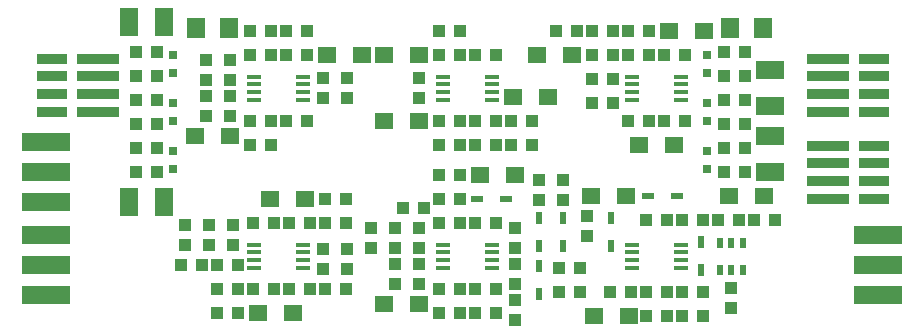
<source format=gbr>
G04 EAGLE Gerber RS-274X export*
G75*
%MOMM*%
%FSLAX34Y34*%
%LPD*%
%INSolderpaste Top*%
%IPPOS*%
%AMOC8*
5,1,8,0,0,1.08239X$1,22.5*%
G01*
%ADD10R,4.060000X1.520000*%
%ADD11R,1.100000X1.000000*%
%ADD12R,1.600000X1.400000*%
%ADD13R,1.000000X1.100000*%
%ADD14R,0.500000X1.050000*%
%ADD15R,1.050000X0.500000*%
%ADD16R,1.200000X0.400000*%
%ADD17R,0.600000X0.900000*%
%ADD18R,0.800000X0.800000*%
%ADD19R,2.400000X1.600000*%
%ADD20R,1.600000X1.800000*%
%ADD21R,2.650000X0.850000*%
%ADD22R,3.550000X0.850000*%
%ADD23R,1.600000X2.400000*%


D10*
X-59690Y495300D03*
X-59690Y469900D03*
X-59690Y444500D03*
X-59690Y574040D03*
X-59690Y548640D03*
X-59690Y523240D03*
X645160Y495300D03*
X645160Y469900D03*
X645160Y444500D03*
D11*
X290440Y525780D03*
X273440Y525780D03*
X193920Y449580D03*
X176920Y449580D03*
X163440Y505460D03*
X146440Y505460D03*
X193920Y525780D03*
X176920Y525780D03*
X115960Y449580D03*
X132960Y449580D03*
D12*
X159780Y525780D03*
X129780Y525780D03*
X149620Y429260D03*
X119620Y429260D03*
D11*
X303920Y505460D03*
X320920Y505460D03*
X273440Y449580D03*
X290440Y449580D03*
D12*
X307580Y546100D03*
X337580Y546100D03*
X226300Y436880D03*
X256300Y436880D03*
D11*
X448700Y508000D03*
X465700Y508000D03*
X435220Y447040D03*
X418220Y447040D03*
D12*
X431560Y528320D03*
X401560Y528320D03*
X404100Y426720D03*
X434100Y426720D03*
D13*
X256540Y453780D03*
X256540Y470780D03*
X76200Y613020D03*
X76200Y596020D03*
D11*
X259960Y518160D03*
X242960Y518160D03*
X143900Y647700D03*
X160900Y647700D03*
X113420Y591820D03*
X130420Y591820D03*
X85480Y449580D03*
X102480Y449580D03*
D12*
X178040Y647700D03*
X208040Y647700D03*
X66280Y579120D03*
X96280Y579120D03*
D11*
X526660Y508000D03*
X509660Y508000D03*
D12*
X518400Y528320D03*
X548400Y528320D03*
D11*
X450460Y647700D03*
X433460Y647700D03*
X450460Y591820D03*
X433460Y591820D03*
D12*
X467600Y668020D03*
X497600Y668020D03*
X442200Y571500D03*
X472200Y571500D03*
D11*
X130420Y647700D03*
X113420Y647700D03*
X290440Y647700D03*
X273440Y647700D03*
X273440Y591820D03*
X290440Y591820D03*
D12*
X256300Y647700D03*
X226300Y647700D03*
X226300Y591820D03*
X256300Y591820D03*
D13*
X175260Y628260D03*
X175260Y611260D03*
D11*
X334400Y571500D03*
X351400Y571500D03*
X402980Y668020D03*
X419980Y668020D03*
D12*
X335520Y612140D03*
X365520Y612140D03*
X385840Y647700D03*
X355840Y647700D03*
D13*
X58420Y503800D03*
X58420Y486800D03*
D11*
X496180Y447040D03*
X479180Y447040D03*
D14*
X419100Y509840D03*
X419100Y485840D03*
D15*
X474280Y528320D03*
X450280Y528320D03*
D14*
X495300Y465520D03*
X495300Y489520D03*
D15*
X329500Y525780D03*
X305500Y525780D03*
D14*
X358140Y445200D03*
X358140Y469200D03*
X358140Y509840D03*
X358140Y485840D03*
X378460Y509840D03*
X378460Y485840D03*
D16*
X436700Y487270D03*
X436700Y480770D03*
X436700Y474270D03*
X436700Y467770D03*
X477700Y467770D03*
X477700Y474270D03*
X477700Y480770D03*
X477700Y487270D03*
X116660Y487270D03*
X116660Y480770D03*
X116660Y474270D03*
X116660Y467770D03*
X157660Y467770D03*
X157660Y474270D03*
X157660Y480770D03*
X157660Y487270D03*
D17*
X511200Y466020D03*
X520700Y466020D03*
X530200Y466020D03*
X530200Y489020D03*
X520700Y489020D03*
X511200Y489020D03*
D16*
X276680Y487270D03*
X276680Y480770D03*
X276680Y474270D03*
X276680Y467770D03*
X317680Y467770D03*
X317680Y474270D03*
X317680Y480770D03*
X317680Y487270D03*
X116660Y629510D03*
X116660Y623010D03*
X116660Y616510D03*
X116660Y610010D03*
X157660Y610010D03*
X157660Y616510D03*
X157660Y623010D03*
X157660Y629510D03*
X276680Y629510D03*
X276680Y623010D03*
X276680Y616510D03*
X276680Y610010D03*
X317680Y610010D03*
X317680Y616510D03*
X317680Y623010D03*
X317680Y629510D03*
X436700Y629510D03*
X436700Y623010D03*
X436700Y616510D03*
X436700Y610010D03*
X477700Y610010D03*
X477700Y616510D03*
X477700Y623010D03*
X477700Y629510D03*
D13*
X55000Y469900D03*
X72000Y469900D03*
X496180Y508000D03*
X479180Y508000D03*
X392040Y447040D03*
X375040Y447040D03*
D11*
X337820Y453780D03*
X337820Y470780D03*
D13*
X496180Y426720D03*
X479180Y426720D03*
D11*
X520700Y433460D03*
X520700Y450460D03*
X337820Y440300D03*
X337820Y423300D03*
D13*
X115960Y505460D03*
X132960Y505460D03*
D11*
X358140Y524900D03*
X358140Y541900D03*
X337820Y484260D03*
X337820Y501260D03*
D13*
X146440Y449580D03*
X163440Y449580D03*
X392040Y467360D03*
X375040Y467360D03*
D11*
X195580Y483480D03*
X195580Y466480D03*
X175260Y466480D03*
X175260Y483480D03*
D13*
X193920Y505460D03*
X176920Y505460D03*
X102480Y429260D03*
X85480Y429260D03*
D11*
X215900Y484260D03*
X215900Y501260D03*
D13*
X273440Y546100D03*
X290440Y546100D03*
X273440Y429260D03*
X290440Y429260D03*
D11*
X236220Y470780D03*
X236220Y453780D03*
D13*
X85480Y469900D03*
X102480Y469900D03*
D11*
X398780Y494420D03*
X398780Y511420D03*
D13*
X448700Y426720D03*
X465700Y426720D03*
D11*
X236220Y501260D03*
X236220Y484260D03*
X76200Y626500D03*
X76200Y643500D03*
X256540Y484260D03*
X256540Y501260D03*
D13*
X143900Y668020D03*
X160900Y668020D03*
X113420Y571500D03*
X130420Y571500D03*
D11*
X96520Y596020D03*
X96520Y613020D03*
X96520Y626500D03*
X96520Y643500D03*
D13*
X557140Y508000D03*
X540140Y508000D03*
D11*
X78740Y503800D03*
X78740Y486800D03*
D13*
X113420Y668020D03*
X130420Y668020D03*
X433460Y668020D03*
X450460Y668020D03*
X463940Y591820D03*
X480940Y591820D03*
X143900Y591820D03*
X160900Y591820D03*
D11*
X195580Y611260D03*
X195580Y628260D03*
D13*
X290440Y668020D03*
X273440Y668020D03*
X273440Y571500D03*
X290440Y571500D03*
X351400Y591820D03*
X334400Y591820D03*
X320920Y571500D03*
X303920Y571500D03*
X419980Y647700D03*
X402980Y647700D03*
X273440Y505460D03*
X290440Y505460D03*
X389500Y668020D03*
X372500Y668020D03*
X402980Y627380D03*
X419980Y627380D03*
X320920Y591820D03*
X303920Y591820D03*
D11*
X256540Y611260D03*
X256540Y628260D03*
D13*
X402980Y607060D03*
X419980Y607060D03*
X463940Y647700D03*
X480940Y647700D03*
X303920Y647700D03*
X320920Y647700D03*
X448700Y447040D03*
X465700Y447040D03*
X303920Y449580D03*
X320920Y449580D03*
D11*
X99060Y486800D03*
X99060Y503800D03*
X320920Y429260D03*
X303920Y429260D03*
D13*
X378460Y541900D03*
X378460Y524900D03*
D11*
X514740Y568960D03*
X531740Y568960D03*
D18*
X500380Y551300D03*
X500380Y566300D03*
D13*
X531740Y548640D03*
X514740Y548640D03*
D18*
X500380Y606940D03*
X500380Y591940D03*
D13*
X514740Y589280D03*
X531740Y589280D03*
D11*
X514740Y609600D03*
X531740Y609600D03*
D19*
X553720Y604760D03*
X553720Y634760D03*
X553720Y578880D03*
X553720Y548880D03*
D18*
X500380Y647580D03*
X500380Y632580D03*
D13*
X514740Y629920D03*
X531740Y629920D03*
D11*
X514740Y650240D03*
X531740Y650240D03*
D20*
X547400Y670560D03*
X519400Y670560D03*
D21*
X641350Y644800D03*
X641350Y629800D03*
X641350Y614800D03*
X641350Y599800D03*
D22*
X602350Y644800D03*
X602350Y629800D03*
X602350Y614800D03*
X602350Y599800D03*
D11*
X16900Y568960D03*
X33900Y568960D03*
D18*
X48260Y551300D03*
X48260Y566300D03*
D13*
X16900Y548640D03*
X33900Y548640D03*
D18*
X48260Y606940D03*
X48260Y591940D03*
D13*
X33900Y589280D03*
X16900Y589280D03*
D11*
X33900Y609600D03*
X16900Y609600D03*
D23*
X10400Y675640D03*
X40400Y675640D03*
X40400Y523240D03*
X10400Y523240D03*
D18*
X48260Y647580D03*
X48260Y632580D03*
D13*
X33900Y629920D03*
X16900Y629920D03*
D11*
X33900Y650240D03*
X16900Y650240D03*
D20*
X67280Y670560D03*
X95280Y670560D03*
D21*
X-54610Y599800D03*
X-54610Y614800D03*
X-54610Y629800D03*
X-54610Y644800D03*
D22*
X-15610Y599800D03*
X-15610Y614800D03*
X-15610Y629800D03*
X-15610Y644800D03*
D21*
X641350Y571140D03*
X641350Y556140D03*
X641350Y541140D03*
X641350Y526140D03*
D22*
X602350Y571140D03*
X602350Y556140D03*
X602350Y541140D03*
X602350Y526140D03*
M02*

</source>
